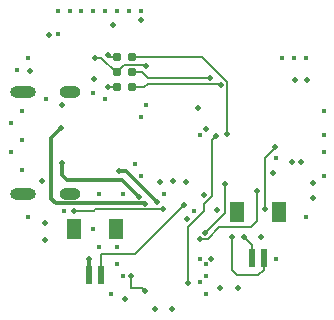
<source format=gbl>
G04 #@! TF.GenerationSoftware,KiCad,Pcbnew,8.0.6*
G04 #@! TF.CreationDate,2025-05-06T14:47:19+02:00*
G04 #@! TF.ProjectId,nRF5340,6e524635-3334-4302-9e6b-696361645f70,rev?*
G04 #@! TF.SameCoordinates,Original*
G04 #@! TF.FileFunction,Copper,L4,Bot*
G04 #@! TF.FilePolarity,Positive*
%FSLAX46Y46*%
G04 Gerber Fmt 4.6, Leading zero omitted, Abs format (unit mm)*
G04 Created by KiCad (PCBNEW 8.0.6) date 2025-05-06 14:47:19*
%MOMM*%
%LPD*%
G01*
G04 APERTURE LIST*
G04 #@! TA.AperFunction,ComponentPad*
%ADD10O,1.800000X1.000000*%
G04 #@! TD*
G04 #@! TA.AperFunction,ComponentPad*
%ADD11O,2.200000X1.000000*%
G04 #@! TD*
G04 #@! TA.AperFunction,SMDPad,CuDef*
%ADD12R,0.600000X1.550000*%
G04 #@! TD*
G04 #@! TA.AperFunction,SMDPad,CuDef*
%ADD13R,1.200000X1.800000*%
G04 #@! TD*
G04 #@! TA.AperFunction,ConnectorPad*
%ADD14C,0.787400*%
G04 #@! TD*
G04 #@! TA.AperFunction,ViaPad*
%ADD15C,0.500000*%
G04 #@! TD*
G04 #@! TA.AperFunction,ViaPad*
%ADD16C,0.450000*%
G04 #@! TD*
G04 #@! TA.AperFunction,Conductor*
%ADD17C,0.200000*%
G04 #@! TD*
G04 #@! TA.AperFunction,Conductor*
%ADD18C,0.300000*%
G04 #@! TD*
G04 APERTURE END LIST*
D10*
X172537501Y-57370748D03*
D11*
X168537500Y-57370747D03*
D10*
X172537502Y-66010752D03*
D11*
X168537500Y-66010753D03*
D12*
X187925001Y-71450002D03*
X188925001Y-71450002D03*
D13*
X186625000Y-67575000D03*
X190225000Y-67575000D03*
D12*
X174124999Y-72850001D03*
X175125001Y-72850002D03*
D13*
X172825000Y-68975000D03*
X176425000Y-68975000D03*
D14*
X176530001Y-57000002D03*
X177800000Y-57000000D03*
X176530000Y-55730002D03*
X177800000Y-55730002D03*
X176530000Y-54460004D03*
X177799999Y-54460002D03*
D15*
X178980000Y-55170000D03*
X174620000Y-54530000D03*
D16*
X194000000Y-59000000D03*
D15*
X170374997Y-68524999D03*
D16*
X178500000Y-59500000D03*
D15*
X183900000Y-66100000D03*
D16*
X178500000Y-50500000D03*
X184000000Y-74500000D03*
X168500000Y-61500000D03*
D15*
X188733749Y-69647501D03*
X189700000Y-64225000D03*
D16*
X179000000Y-58500000D03*
D15*
X178575000Y-51325000D03*
X180175000Y-65050000D03*
D16*
X184000000Y-73000000D03*
X171500000Y-50500000D03*
X176000000Y-74500000D03*
X184000000Y-72000000D03*
X175000000Y-70500000D03*
D15*
X170394997Y-69894999D03*
D16*
X168000000Y-55500000D03*
X174500000Y-50500000D03*
X173500000Y-50500000D03*
D15*
X192575000Y-56375000D03*
D16*
X190500000Y-54500000D03*
X190000000Y-71500000D03*
X172000000Y-67500000D03*
D15*
X185230000Y-74030000D03*
D16*
X190005995Y-63021052D03*
X177000000Y-73000000D03*
X174500000Y-57500000D03*
X177000000Y-66000000D03*
D15*
X177200000Y-74930000D03*
D16*
X191500000Y-54500000D03*
X192500000Y-54500000D03*
D15*
X169150000Y-55590000D03*
D16*
X178000000Y-63500000D03*
X183000000Y-67500000D03*
X183500000Y-71500000D03*
X183500000Y-61000000D03*
X194000000Y-64500000D03*
X176500000Y-50500000D03*
X169000000Y-54500000D03*
X178500000Y-64500000D03*
X168500000Y-59000000D03*
D15*
X170150000Y-64900000D03*
D16*
X171500000Y-52500000D03*
D15*
X176190000Y-51740000D03*
X186730000Y-74030000D03*
D16*
X170500000Y-58000000D03*
D15*
X184025000Y-60500000D03*
D16*
X168500000Y-64000000D03*
D15*
X182460000Y-68120000D03*
D16*
X177500000Y-50500000D03*
X175500000Y-50500000D03*
X180500000Y-66000000D03*
X175500000Y-58000000D03*
D15*
X174125000Y-71500000D03*
X183325000Y-58725000D03*
X184980000Y-67410000D03*
D16*
X194000000Y-62500000D03*
X167500000Y-62500000D03*
X176500000Y-72000000D03*
X175000000Y-66000000D03*
X167500000Y-60000000D03*
X172500000Y-50500000D03*
X183500000Y-73500000D03*
X192500000Y-68000000D03*
X176500000Y-70500000D03*
X169000000Y-68000000D03*
D15*
X192125002Y-63290000D03*
D16*
X174500000Y-69000000D03*
D15*
X175710000Y-54230000D03*
X171840000Y-58510000D03*
X174540000Y-56330000D03*
D16*
X194000000Y-61000000D03*
D15*
X181160000Y-75770000D03*
X193110000Y-66410000D03*
X193140000Y-65080000D03*
X170725000Y-52600000D03*
X191575000Y-56400000D03*
X178910000Y-74270000D03*
X182375000Y-64975000D03*
X181275000Y-64950000D03*
X177710000Y-72970000D03*
X175750000Y-57000000D03*
X191325000Y-63300000D03*
X179695001Y-75804999D03*
X184450000Y-71514999D03*
X182150000Y-67000000D03*
X180400000Y-67270000D03*
X172900000Y-67500000D03*
X179900000Y-66690000D03*
X176689250Y-64090750D03*
X188360000Y-65770000D03*
X183500000Y-69800000D03*
X185625000Y-65225000D03*
X183960000Y-69300000D03*
X171780000Y-60430000D03*
X178870000Y-66840000D03*
X184900000Y-61100000D03*
X182500000Y-73550000D03*
X178400000Y-66280000D03*
X171870000Y-63440000D03*
X184350000Y-56200000D03*
X185850000Y-60975000D03*
X185290000Y-56780000D03*
X187225000Y-69650000D03*
X186225000Y-69650000D03*
X189900000Y-62025000D03*
X189025000Y-67300000D03*
D17*
X175180000Y-54530000D02*
X174620000Y-54530000D01*
X176530000Y-55730002D02*
X176380002Y-55730002D01*
X176380002Y-55730002D02*
X175180000Y-54530000D01*
X177123700Y-55136302D02*
X178946302Y-55136302D01*
X178946302Y-55136302D02*
X178980000Y-55170000D01*
X176530000Y-55730002D02*
X177123700Y-55136302D01*
D18*
X174124999Y-72850001D02*
X174124999Y-71500001D01*
X174124999Y-71500001D02*
X174125000Y-71500000D01*
D17*
X176530000Y-54460004D02*
X175940004Y-54460004D01*
X175940004Y-54460004D02*
X175710000Y-54230000D01*
X176530001Y-57000002D02*
X175750002Y-57000002D01*
X175750002Y-57000002D02*
X175750000Y-57000000D01*
X177710000Y-72970000D02*
X177710000Y-73980000D01*
X177710000Y-73980000D02*
X178620000Y-73980000D01*
X178620000Y-73980000D02*
X178910000Y-74270000D01*
X175150000Y-71150000D02*
X175125001Y-71174999D01*
X175125001Y-71174999D02*
X175125001Y-72850002D01*
X178000000Y-71150000D02*
X175150000Y-71150000D01*
X182150000Y-67000000D02*
X178000000Y-71150000D01*
X180400000Y-67270000D02*
X180295000Y-67375000D01*
X180330000Y-67340000D02*
X174685000Y-67340000D01*
X174685000Y-67340000D02*
X174525000Y-67500000D01*
X180400000Y-67270000D02*
X180330000Y-67340000D01*
X174525000Y-67500000D02*
X172900000Y-67500000D01*
D18*
X176689250Y-64090750D02*
X177300750Y-64090750D01*
X177300750Y-64090750D02*
X179900000Y-66690000D01*
D17*
X183500000Y-69800000D02*
X184197893Y-69800000D01*
X184197893Y-69800000D02*
X185147893Y-68850000D01*
X188360000Y-68340000D02*
X188360000Y-65770000D01*
X185147893Y-68850000D02*
X187850000Y-68850000D01*
X187850000Y-68850000D02*
X188360000Y-68340000D01*
X185625000Y-67635000D02*
X185625000Y-65225000D01*
X183960000Y-69300000D02*
X185625000Y-67635000D01*
D18*
X171340000Y-66830000D02*
X170960000Y-66450000D01*
X178870000Y-66840000D02*
X178860000Y-66830000D01*
X178860000Y-66830000D02*
X171340000Y-66830000D01*
X170960000Y-61250000D02*
X171780000Y-60430000D01*
X170960000Y-66450000D02*
X170960000Y-61250000D01*
D17*
X182500000Y-68825000D02*
X183850000Y-67475000D01*
X184525000Y-66200000D02*
X184525000Y-61475000D01*
X184525000Y-61475000D02*
X184900000Y-61100000D01*
X183850000Y-66875000D02*
X184525000Y-66200000D01*
X183850000Y-67475000D02*
X183850000Y-66875000D01*
X182500000Y-73550000D02*
X182500000Y-68825000D01*
D18*
X171870000Y-64460000D02*
X171870000Y-63440000D01*
X176970000Y-64850000D02*
X172260000Y-64850000D01*
X172260000Y-64850000D02*
X171870000Y-64460000D01*
X178400000Y-66280000D02*
X176970000Y-64850000D01*
D17*
X179100000Y-56190000D02*
X184340000Y-56190000D01*
X178640002Y-55730002D02*
X179100000Y-56190000D01*
X184340000Y-56190000D02*
X184350000Y-56200000D01*
X177800000Y-55730002D02*
X178640002Y-55730002D01*
X184350000Y-56200000D02*
X184410000Y-56260000D01*
X185790000Y-60915000D02*
X185790000Y-56572893D01*
X183677109Y-54460002D02*
X177799999Y-54460002D01*
X185790000Y-56572893D02*
X183677109Y-54460002D01*
X185850000Y-60975000D02*
X185790000Y-60915000D01*
X177800000Y-57000000D02*
X178830000Y-57000000D01*
X185250000Y-56740000D02*
X185290000Y-56780000D01*
X179090000Y-56740000D02*
X185250000Y-56740000D01*
X178830000Y-57000000D02*
X179090000Y-56740000D01*
X187225000Y-69650000D02*
X187925001Y-70350001D01*
X187925001Y-70350001D02*
X187925001Y-71450002D01*
X186700000Y-72900000D02*
X188475000Y-72900000D01*
X186225000Y-72425000D02*
X186700000Y-72900000D01*
X188475000Y-72900000D02*
X188925001Y-72449999D01*
X188925001Y-72449999D02*
X188925001Y-71450002D01*
X186225000Y-69650000D02*
X186225000Y-72425000D01*
X189025000Y-63025000D02*
X189025000Y-67300000D01*
X189900000Y-62150000D02*
X189025000Y-63025000D01*
X189900000Y-62025000D02*
X189900000Y-62150000D01*
M02*

</source>
